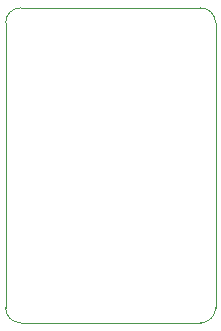
<source format=gbr>
G04 #@! TF.GenerationSoftware,KiCad,Pcbnew,(5.1.4)-1*
G04 #@! TF.CreationDate,2020-11-09T21:53:23-05:00*
G04 #@! TF.ProjectId,ft221x,66743232-3178-42e6-9b69-6361645f7063,2020-02*
G04 #@! TF.SameCoordinates,Original*
G04 #@! TF.FileFunction,Profile,NP*
%FSLAX46Y46*%
G04 Gerber Fmt 4.6, Leading zero omitted, Abs format (unit mm)*
G04 Created by KiCad (PCBNEW (5.1.4)-1) date 2020-11-09 21:53:23*
%MOMM*%
%LPD*%
G04 APERTURE LIST*
%ADD10C,0.050000*%
G04 APERTURE END LIST*
D10*
X20320000Y-50800000D02*
X20320000Y-26670000D01*
X36830000Y-52070000D02*
X21590000Y-52070000D01*
X38100000Y-26670000D02*
X38099999Y-50799999D01*
X21590000Y-25400001D02*
X36829999Y-25400001D01*
X38099999Y-50799999D02*
G75*
G02X36830000Y-52070000I-1270000J-1D01*
G01*
X21590001Y-52070001D02*
G75*
G02X20320000Y-50800000I0J1270001D01*
G01*
X36829999Y-25400001D02*
G75*
G02X38100000Y-26670000I1J-1270000D01*
G01*
X20320000Y-26670000D02*
G75*
G02X21590000Y-25400000I1270000J0D01*
G01*
M02*

</source>
